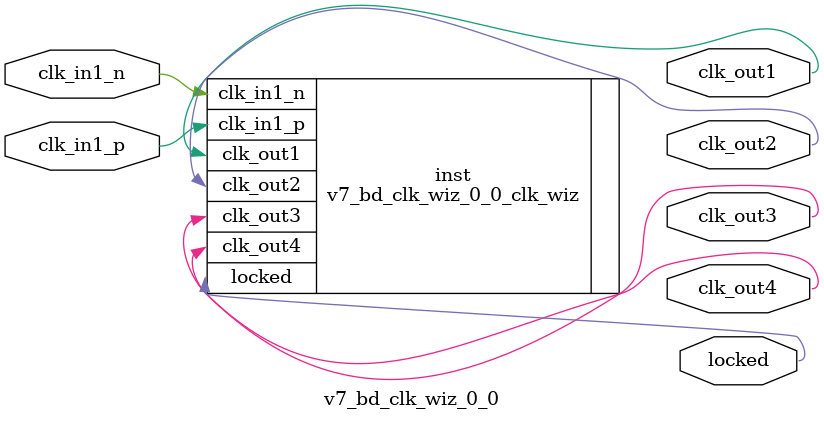
<source format=v>


`timescale 1ps/1ps

(* CORE_GENERATION_INFO = "v7_bd_clk_wiz_0_0,clk_wiz_v5_3_3_0,{component_name=v7_bd_clk_wiz_0_0,use_phase_alignment=false,use_min_o_jitter=false,use_max_i_jitter=false,use_dyn_phase_shift=false,use_inclk_switchover=false,use_dyn_reconfig=false,enable_axi=0,feedback_source=FDBK_AUTO,PRIMITIVE=MMCM,num_out_clk=4,clkin1_period=5.0,clkin2_period=10.0,use_power_down=false,use_reset=false,use_locked=true,use_inclk_stopped=false,feedback_type=SINGLE,CLOCK_MGR_TYPE=NA,manual_override=false}" *)

module v7_bd_clk_wiz_0_0 
 (
  // Clock out ports
  output        clk_out1,
  output        clk_out2,
  output        clk_out3,
  output        clk_out4,
  // Status and control signals
  output        locked,
 // Clock in ports
  input         clk_in1_p,
  input         clk_in1_n
 );

  v7_bd_clk_wiz_0_0_clk_wiz inst
  (
  // Clock out ports  
  .clk_out1(clk_out1),
  .clk_out2(clk_out2),
  .clk_out3(clk_out3),
  .clk_out4(clk_out4),
  // Status and control signals               
  .locked(locked),
 // Clock in ports
  .clk_in1_p(clk_in1_p),
  .clk_in1_n(clk_in1_n)
  );

endmodule

</source>
